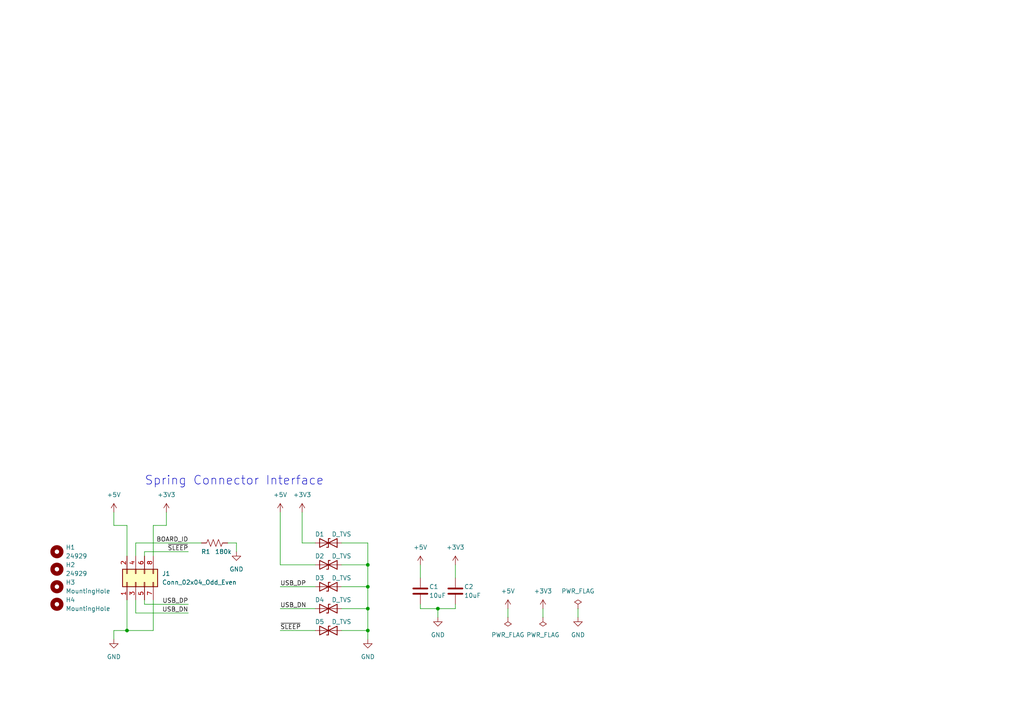
<source format=kicad_sch>
(kicad_sch (version 20230121) (generator eeschema)
  (paper "A4")
  (title_block (title "Minimal Small Input Module") (date "2023-03-12") (rev "X1") (company "Framework Computer Inc") (comment 1 "https://frame.work") (comment 2 "https://github.com/FrameworkComputer/InputModules") (comment 3 "This work is licensed under a Creative Commons Attribution 4.0 International License"))
  (lib_symbols
    (symbol "Connector_Generic:Conn_02x04_Odd_Even" (pin_names (offset 1.016) hide)
      (property "Reference" "J" (at 1.27 5.08 0))
      (property "Value" "Conn_02x04_Odd_Even" (at 1.27 -7.62 0))
      (symbol "Conn_02x04_Odd_Even_1_1"
        (rectangle (start -1.27 -4.953) (end 0 -5.207) (stroke (width 0.1524)))
        (rectangle (start -1.27 -2.413) (end 0 -2.667) (stroke (width 0.1524)))
        (rectangle (start -1.27 0.127) (end 0 -0.127) (stroke (width 0.1524)))
        (rectangle (start -1.27 2.667) (end 0 2.413) (stroke (width 0.1524)))
        (rectangle (start -1.27 3.81) (end 3.81 -6.35) (stroke (width 0.254)) (fill (type background)))
        (rectangle (start 3.81 -4.953) (end 2.54 -5.207) (stroke (width 0.1524)))
        (rectangle (start 3.81 -2.413) (end 2.54 -2.667) (stroke (width 0.1524)))
        (rectangle (start 3.81 0.127) (end 2.54 -0.127) (stroke (width 0.1524)))
        (rectangle (start 3.81 2.667) (end 2.54 2.413) (stroke (width 0.1524)))
        (pin passive line (at -5.08 2.54 0) (length 3.81) (name "Pin_1") (number "1"))
        (pin passive line (at 7.62 2.54 180) (length 3.81) (name "Pin_2") (number "2"))
        (pin passive line (at -5.08 0 0) (length 3.81) (name "Pin_3") (number "3"))
        (pin passive line (at 7.62 0 180) (length 3.81) (name "Pin_4") (number "4"))
        (pin passive line (at -5.08 -2.54 0) (length 3.81) (name "Pin_5") (number "5"))
        (pin passive line (at 7.62 -2.54 180) (length 3.81) (name "Pin_6") (number "6"))
        (pin passive line (at -5.08 -5.08 0) (length 3.81) (name "Pin_7") (number "7"))
        (pin passive line (at 7.62 -5.08 180) (length 3.81) (name "Pin_8") (number "8"))
      )
    )
    (symbol "Device:C" (pin_numbers hide) (pin_names (offset 0.254))
      (property "Reference" "C" (at 0.635 2.54 0))
      (property "Value" "C" (at 0.635 -2.54 0))
      (symbol "C_0_1"
        (polyline (pts (xy -2.032 -0.762) (xy 2.032 -0.762)) (stroke (width 0.508)))
        (polyline (pts (xy -2.032 0.762) (xy 2.032 0.762)) (stroke (width 0.508)))
      )
      (symbol "C_1_1"
        (pin passive line (at 0 3.81 270) (length 2.794) (name "~") (number "1"))
        (pin passive line (at 0 -3.81 90) (length 2.794) (name "~") (number "2"))
      )
    )
    (symbol "Device:D_TVS" (pin_numbers hide) (pin_names (offset 1.016) hide)
      (property "Reference" "D" (at 0 2.54 0))
      (property "Value" "D_TVS" (at 0 -2.54 0))
      (symbol "D_TVS_0_1"
        (polyline (pts (xy 1.27 0) (xy -1.27 0)))
        (polyline (pts (xy 0.508 1.27) (xy 0 1.27) (xy 0 -1.27) (xy -0.508 -1.27)) (stroke (width 0.254)))
        (polyline (pts (xy -2.54 1.27) (xy -2.54 -1.27) (xy 2.54 1.27) (xy 2.54 -1.27) (xy -2.54 1.27)) (stroke (width 0.254)))
      )
      (symbol "D_TVS_1_1"
        (pin passive line (at -3.81 0 0) (length 2.54) (name "A1") (number "1"))
        (pin passive line (at 3.81 0 180) (length 2.54) (name "A2") (number "2"))
      )
    )
    (symbol "Device:R_US" (pin_numbers hide) (pin_names (offset 0))
      (property "Reference" "R" (at 2.54 0 90))
      (property "Value" "R_US" (at -2.54 0 90))
      (symbol "R_US_0_1"
        (polyline (pts (xy 0 -2.286) (xy 0 -2.54)))
        (polyline (pts (xy 0 2.286) (xy 0 2.54)))
        (polyline (pts (xy 0 -0.762) (xy 1.016 -1.143) (xy 0 -1.524) (xy -1.016 -1.905) (xy 0 -2.286)))
        (polyline (pts (xy 0 0.762) (xy 1.016 0.381) (xy 0 0) (xy -1.016 -0.381) (xy 0 -0.762)))
        (polyline (pts (xy 0 2.286) (xy 1.016 1.905) (xy 0 1.524) (xy -1.016 1.143) (xy 0 0.762)))
      )
      (symbol "R_US_1_1"
        (pin passive line (at 0 3.81 270) (length 1.27) (name "~") (number "1"))
        (pin passive line (at 0 -3.81 90) (length 1.27) (name "~") (number "2"))
      )
    )
    (symbol "Mechanical:MountingHole" (pin_names (offset 1.016))
      (property "Reference" "H" (at 0 5.08 0))
      (property "Value" "MountingHole" (at 0 3.175 0))
      (symbol "MountingHole_0_1"
        (circle (center 0 0) (radius 1.27) (stroke (width 1.27)))
      )
    )
    (symbol "power:+3V3" (power) (pin_names (offset 0))
      (property "Value" "+3V3" (at 0 3.556 0))
      (symbol "+3V3_0_1"
        (polyline (pts (xy -0.762 1.27) (xy 0 2.54)))
        (polyline (pts (xy 0 0) (xy 0 2.54)))
        (polyline (pts (xy 0 2.54) (xy 0.762 1.27)))
      )
      (symbol "+3V3_1_1"
        (pin power_in line (at 0 0 90) (length 0) hide (name "+3V3") (number "1"))
      )
    )
    (symbol "power:+5V" (power) (pin_names (offset 0))
      (property "Value" "+5V" (at 0 3.556 0))
      (symbol "+5V_0_1"
        (polyline (pts (xy -0.762 1.27) (xy 0 2.54)))
        (polyline (pts (xy 0 0) (xy 0 2.54)))
        (polyline (pts (xy 0 2.54) (xy 0.762 1.27)))
      )
      (symbol "+5V_1_1"
        (pin power_in line (at 0 0 90) (length 0) hide (name "+5V") (number "1"))
      )
    )
    (symbol "power:GND" (power) (pin_names (offset 0))
      (property "Value" "GND" (at 0 -3.81 0))
      (symbol "GND_0_1"
        (polyline (pts (xy 0 0) (xy 0 -1.27) (xy 1.27 -1.27) (xy 0 -2.54) (xy -1.27 -1.27) (xy 0 -1.27)))
      )
      (symbol "GND_1_1"
        (pin power_in line (at 0 0 270) (length 0) hide (name "GND") (number "1"))
      )
    )
    (symbol "power:PWR_FLAG" (power) (pin_numbers hide) (pin_names (offset 0) hide)
      (property "Value" "PWR_FLAG" (at 0 3.81 0))
      (symbol "PWR_FLAG_0_0"
        (pin power_out line (at 0 0 90) (length 0) (name "pwr") (number "1"))
      )
      (symbol "PWR_FLAG_0_1"
        (polyline (pts (xy 0 0) (xy 0 1.27) (xy -1.016 1.905) (xy 0 2.54) (xy 1.016 1.905) (xy 0 1.27)))
      )
    )
  )
  (junction (at 127 176.53))
  (junction (at 106.68 170.18))
  (junction (at 106.68 176.53))
  (junction (at 106.68 182.88))
  (junction (at 36.83 182.88))
  (junction (at 106.68 163.83))
  (wire (pts (xy 33.02 182.88) (xy 33.02 185.42)))
  (wire (pts (xy 99.06 182.88) (xy 106.68 182.88)))
  (wire (pts (xy 121.92 176.53) (xy 127 176.53)))
  (wire (pts (xy 44.45 152.4) (xy 48.26 152.4)))
  (wire (pts (xy 66.04 157.48) (xy 68.58 157.48)))
  (wire (pts (xy 99.06 157.48) (xy 106.68 157.48)))
  (wire (pts (xy 36.83 173.99) (xy 36.83 182.88)))
  (wire (pts (xy 81.28 163.83) (xy 91.44 163.83)))
  (wire (pts (xy 121.92 163.83) (xy 121.92 167.64)))
  (wire (pts (xy 106.68 176.53) (xy 106.68 182.88)))
  (wire (pts (xy 44.45 182.88) (xy 36.83 182.88)))
  (wire (pts (xy 106.68 170.18) (xy 106.68 176.53)))
  (wire (pts (xy 39.37 177.8) (xy 54.61 177.8)))
  (wire (pts (xy 167.64 176.53) (xy 167.64 179.07)))
  (wire (pts (xy 87.63 148.59) (xy 87.63 157.48)))
  (wire (pts (xy 41.91 173.99) (xy 41.91 175.26)))
  (wire (pts (xy 121.92 175.26) (xy 121.92 176.53)))
  (wire (pts (xy 81.28 176.53) (xy 91.44 176.53)))
  (wire (pts (xy 41.91 161.29) (xy 41.91 160.02)))
  (wire (pts (xy 132.08 163.83) (xy 132.08 167.64)))
  (wire (pts (xy 106.68 163.83) (xy 106.68 170.18)))
  (wire (pts (xy 39.37 173.99) (xy 39.37 177.8)))
  (wire (pts (xy 99.06 176.53) (xy 106.68 176.53)))
  (wire (pts (xy 99.06 170.18) (xy 106.68 170.18)))
  (wire (pts (xy 33.02 148.59) (xy 33.02 152.4)))
  (wire (pts (xy 41.91 160.02) (xy 54.61 160.02)))
  (wire (pts (xy 157.48 176.53) (xy 157.48 179.07)))
  (wire (pts (xy 41.91 175.26) (xy 54.61 175.26)))
  (wire (pts (xy 99.06 163.83) (xy 106.68 163.83)))
  (wire (pts (xy 127 176.53) (xy 127 179.07)))
  (wire (pts (xy 36.83 161.29) (xy 36.83 152.4)))
  (wire (pts (xy 81.28 182.88) (xy 91.44 182.88)))
  (wire (pts (xy 106.68 182.88) (xy 106.68 185.42)))
  (wire (pts (xy 44.45 152.4) (xy 44.45 161.29)))
  (wire (pts (xy 132.08 175.26) (xy 132.08 176.53)))
  (wire (pts (xy 44.45 173.99) (xy 44.45 182.88)))
  (wire (pts (xy 39.37 161.29) (xy 39.37 157.48)))
  (wire (pts (xy 48.26 148.59) (xy 48.26 152.4)))
  (wire (pts (xy 81.28 170.18) (xy 91.44 170.18)))
  (wire (pts (xy 39.37 157.48) (xy 58.42 157.48)))
  (wire (pts (xy 36.83 152.4) (xy 33.02 152.4)))
  (wire (pts (xy 36.83 182.88) (xy 33.02 182.88)))
  (wire (pts (xy 106.68 157.48) (xy 106.68 163.83)))
  (wire (pts (xy 81.28 148.59) (xy 81.28 163.83)))
  (wire (pts (xy 68.58 157.48) (xy 68.58 160.02)))
  (wire (pts (xy 132.08 176.53) (xy 127 176.53)))
  (wire (pts (xy 87.63 157.48) (xy 91.44 157.48)))
  (wire (pts (xy 147.32 176.53) (xy 147.32 179.07)))
  (text "Spring Connector Interface" (at 41.91 140.97 0) (effects (font (size 2.54 2.54)) (justify left bottom)))
  (label "BOARD_ID" (at 54.61 157.48 180))
  (label "~{SLEEP}" (at 54.61 160.02 180))
  (label "USB_DP" (at 81.28 170.18 0))
  (label "USB_DN" (at 81.28 176.53 0))
  (label "USB_DP" (at 54.61 175.26 180))
  (label "USB_DN" (at 54.61 177.8 180))
  (label "~{SLEEP}" (at 81.28 182.88 0))
  (symbol (lib_id "Connector_Generic:Conn_02x04_Odd_Even") (at 39.37 168.91 90) (unit 1)
    (property "Reference" "J1" (at 46.99 166.3699 90) (effects (justify right)))
    (property "Value" "Conn_02x04_Odd_Even" (at 46.99 168.9099 90) (effects (justify right)))
    (property "Footprint" "InputModule:PogoPads_2x4_P2.0mm" (effects hide))
  )
  (symbol (lib_id "power:+3V3") (at 132.08 163.83 0) (unit 1)
    (property "Reference" "#PWR010" (effects hide))
    (property "Value" "+3V3" (at 132.08 158.75 0))
  )
  (symbol (lib_id "power:+5V") (at 121.92 163.83 0) (unit 1)
    (property "Reference" "#PWR08" (effects hide))
    (property "Value" "+5V" (at 121.92 158.75 0))
  )
  (symbol (lib_id "power:GND") (at 106.68 185.42 0) (unit 1)
    (property "Reference" "#PWR07" (effects hide))
    (property "Value" "GND" (at 106.68 190.5 0))
  )
  (symbol (lib_id "Device:D_TVS") (at 95.25 170.18 180) (unit 1)
    (property "Reference" "D3" (at 92.71 167.64 0))
    (property "Value" "D_TVS" (at 99.06 167.64 0))
    (property "Footprint" "Diode_SMD:D_0402_1005Metric" (effects hide))
  )
  (symbol (lib_id "power:+3V3") (at 48.26 148.59 0) (unit 1)
    (property "Reference" "#PWR03" (effects hide))
    (property "Value" "+3V3" (at 48.26 143.51 0))
  )
  (symbol (lib_id "Mechanical:MountingHole") (at 16.51 170.18 0) (unit 1)
    (property "Reference" "H3" (at 19.05 168.91 0) (effects (justify left)))
    (property "Value" "MountingHole" (at 19.05 171.45 0) (effects (justify left)))
    (property "Footprint" "MountingHole:MountingHole_2.1mm" (effects hide))
  )
  (symbol (lib_id "power:+3V3") (at 157.48 176.53 0) (unit 1)
    (property "Reference" "#PWR012" (effects hide))
    (property "Value" "+3V3" (at 157.48 171.45 0))
  )
  (symbol (lib_id "power:PWR_FLAG") (at 147.32 179.07 180) (unit 1)
    (property "Reference" "#FLG01" (effects hide))
    (property "Value" "PWR_FLAG" (at 147.32 184.15 0))
  )
  (symbol (lib_id "power:GND") (at 167.64 179.07 0) (unit 1)
    (property "Reference" "#PWR013" (effects hide))
    (property "Value" "GND" (at 167.64 184.15 0))
  )
  (symbol (lib_id "power:PWR_FLAG") (at 157.48 179.07 180) (unit 1)
    (property "Reference" "#FLG02" (effects hide))
    (property "Value" "PWR_FLAG" (at 157.48 184.15 0))
  )
  (symbol (lib_id "power:+5V") (at 81.28 148.59 0) (unit 1)
    (property "Reference" "#PWR05" (effects hide))
    (property "Value" "+5V" (at 81.28 143.51 0))
  )
  (symbol (lib_id "Device:C") (at 121.92 171.45 0) (unit 1)
    (property "Reference" "C1" (at 124.46 170.18 0) (effects (justify left)))
    (property "Value" "10uF" (at 124.46 172.72 0) (effects (justify left)))
    (property "Footprint" "Capacitor_SMD:C_0603_1608Metric" (effects hide))
  )
  (symbol (lib_id "power:GND") (at 33.02 185.42 0) (unit 1)
    (property "Reference" "#PWR02" (effects hide))
    (property "Value" "GND" (at 33.02 190.5 0))
  )
  (symbol (lib_id "power:+5V") (at 33.02 148.59 0) (unit 1)
    (property "Reference" "#PWR01" (effects hide))
    (property "Value" "+5V" (at 33.02 143.51 0))
  )
  (symbol (lib_id "Device:R_US") (at 62.23 157.48 90) (unit 1)
    (property "Reference" "R1" (at 59.69 160.02 90))
    (property "Value" "180k" (at 64.77 160.02 90))
    (property "Footprint" "Resistor_SMD:R_0402_1005Metric" (effects hide))
  )
  (symbol (lib_id "Device:D_TVS") (at 95.25 176.53 180) (unit 1)
    (property "Reference" "D4" (at 92.71 173.99 0))
    (property "Value" "D_TVS" (at 99.06 173.99 0))
    (property "Footprint" "Diode_SMD:D_0402_1005Metric" (effects hide))
  )
  (symbol (lib_id "power:+5V") (at 147.32 176.53 0) (unit 1)
    (property "Reference" "#PWR011" (effects hide))
    (property "Value" "+5V" (at 147.32 171.45 0))
  )
  (symbol (lib_id "Mechanical:MountingHole") (at 16.51 160.02 0) (unit 1)
    (property "Reference" "H1" (at 19.05 158.75 0) (effects (justify left)))
    (property "Value" "24929" (at 19.05 161.29 0) (effects (justify left)))
    (property "Footprint" "InputModule:MountingHole_3.7mm_Pad_24929" (effects hide))
  )
  (symbol (lib_id "power:GND") (at 127 179.07 0) (unit 1)
    (property "Reference" "#PWR09" (effects hide))
    (property "Value" "GND" (at 127 184.15 0))
  )
  (symbol (lib_id "power:PWR_FLAG") (at 167.64 176.53 0) (unit 1)
    (property "Reference" "#FLG03" (effects hide))
    (property "Value" "PWR_FLAG" (at 167.64 171.45 0))
  )
  (symbol (lib_id "Device:D_TVS") (at 95.25 157.48 180) (unit 1)
    (property "Reference" "D1" (at 92.71 154.94 0))
    (property "Value" "D_TVS" (at 99.06 154.94 0))
    (property "Footprint" "Diode_SMD:D_0402_1005Metric" (effects hide))
  )
  (symbol (lib_id "Device:D_TVS") (at 95.25 182.88 180) (unit 1)
    (property "Reference" "D5" (at 92.71 180.34 0))
    (property "Value" "D_TVS" (at 99.06 180.34 0))
    (property "Footprint" "Diode_SMD:D_0402_1005Metric" (effects hide))
  )
  (symbol (lib_id "power:+3V3") (at 87.63 148.59 0) (unit 1)
    (property "Reference" "#PWR06" (effects hide))
    (property "Value" "+3V3" (at 87.63 143.51 0))
  )
  (symbol (lib_id "Mechanical:MountingHole") (at 16.51 175.26 0) (unit 1)
    (property "Reference" "H4" (at 19.05 173.99 0) (effects (justify left)))
    (property "Value" "MountingHole" (at 19.05 176.53 0) (effects (justify left)))
    (property "Footprint" "MountingHole:MountingHole_2.1mm" (effects hide))
  )
  (symbol (lib_id "Device:C") (at 132.08 171.45 0) (unit 1)
    (property "Reference" "C2" (at 134.62 170.18 0) (effects (justify left)))
    (property "Value" "10uF" (at 134.62 172.72 0) (effects (justify left)))
    (property "Footprint" "Capacitor_SMD:C_0603_1608Metric" (effects hide))
  )
  (symbol (lib_id "Device:D_TVS") (at 95.25 163.83 180) (unit 1)
    (property "Reference" "D2" (at 92.71 161.29 0))
    (property "Value" "D_TVS" (at 99.06 161.29 0))
    (property "Footprint" "Diode_SMD:D_0402_1005Metric" (effects hide))
  )
  (symbol (lib_id "power:GND") (at 68.58 160.02 0) (unit 1)
    (property "Reference" "#PWR04" (effects hide))
    (property "Value" "GND" (at 68.58 165.1 0))
  )
  (symbol (lib_id "Mechanical:MountingHole") (at 16.51 165.1 0) (unit 1)
    (property "Reference" "H2" (at 19.05 163.83 0) (effects (justify left)))
    (property "Value" "24929" (at 19.05 166.37 0) (effects (justify left)))
    (property "Footprint" "InputModule:MountingHole_3.7mm_Pad_24929" (effects hide))
  )
)
</source>
